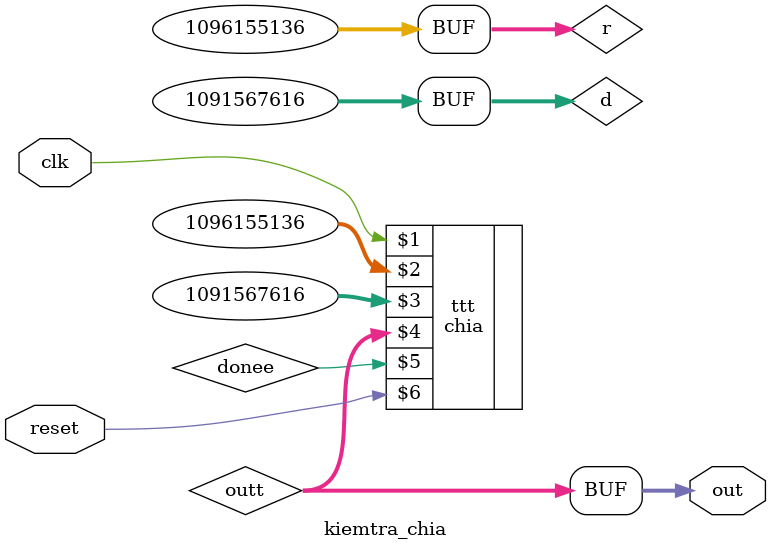
<source format=v>
module kiemtra_chia (clk, reset, out);
input clk, reset;
wire [31:0] r,d;
output [31:0] out;
assign r = 32'b01000001010101100000000000000000;
assign d = 32'b01000001000100000000000000000000;
wire [31:0] out, outt;
wire donee;
chia ttt(clk, r, d, outt, donee, reset);
assign out = outt;
endmodule
</source>
